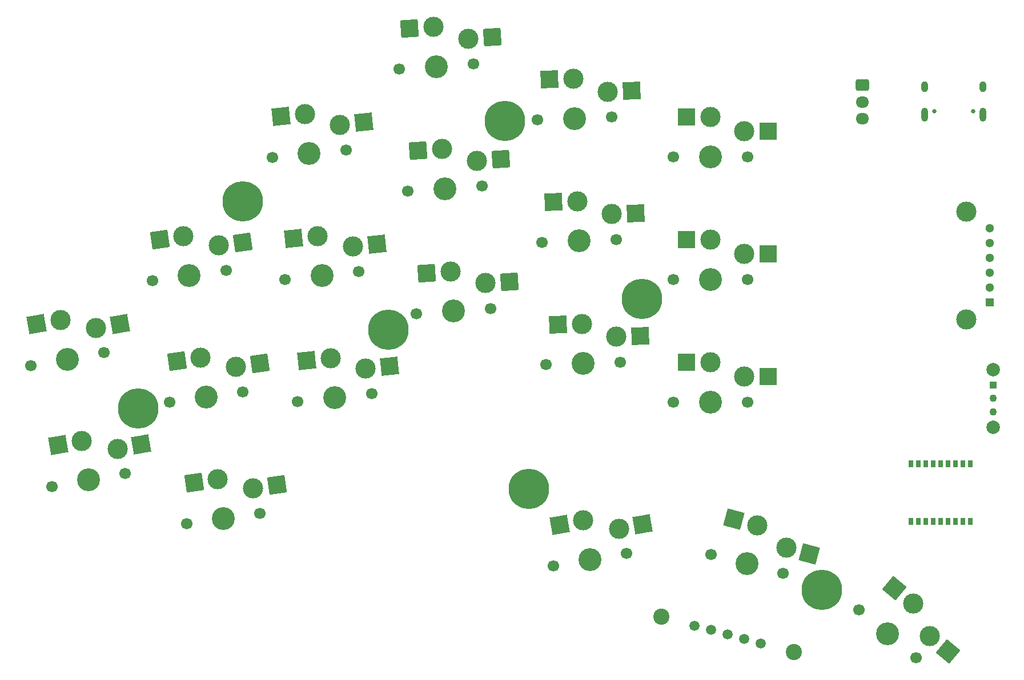
<source format=gbr>
%TF.GenerationSoftware,KiCad,Pcbnew,7.0.7*%
%TF.CreationDate,2023-12-03T19:36:59+01:00*%
%TF.ProjectId,nightliner,6e696768-746c-4696-9e65-722e6b696361,rev?*%
%TF.SameCoordinates,Original*%
%TF.FileFunction,Soldermask,Bot*%
%TF.FilePolarity,Negative*%
%FSLAX46Y46*%
G04 Gerber Fmt 4.6, Leading zero omitted, Abs format (unit mm)*
G04 Created by KiCad (PCBNEW 7.0.7) date 2023-12-03 19:36:59*
%MOMM*%
%LPD*%
G01*
G04 APERTURE LIST*
G04 Aperture macros list*
%AMRoundRect*
0 Rectangle with rounded corners*
0 $1 Rounding radius*
0 $2 $3 $4 $5 $6 $7 $8 $9 X,Y pos of 4 corners*
0 Add a 4 corners polygon primitive as box body*
4,1,4,$2,$3,$4,$5,$6,$7,$8,$9,$2,$3,0*
0 Add four circle primitives for the rounded corners*
1,1,$1+$1,$2,$3*
1,1,$1+$1,$4,$5*
1,1,$1+$1,$6,$7*
1,1,$1+$1,$8,$9*
0 Add four rect primitives between the rounded corners*
20,1,$1+$1,$2,$3,$4,$5,0*
20,1,$1+$1,$4,$5,$6,$7,0*
20,1,$1+$1,$6,$7,$8,$9,0*
20,1,$1+$1,$8,$9,$2,$3,0*%
%AMRotRect*
0 Rectangle, with rotation*
0 The origin of the aperture is its center*
0 $1 length*
0 $2 width*
0 $3 Rotation angle, in degrees counterclockwise*
0 Add horizontal line*
21,1,$1,$2,0,0,$3*%
G04 Aperture macros list end*
%ADD10C,0.650000*%
%ADD11O,1.000000X2.100000*%
%ADD12O,1.000000X1.600000*%
%ADD13C,1.700000*%
%ADD14C,3.000000*%
%ADD15C,3.400000*%
%ADD16RotRect,2.600000X2.600000X8.000000*%
%ADD17C,6.000000*%
%ADD18RotRect,2.600000X2.600000X6.000000*%
%ADD19R,0.700000X1.000000*%
%ADD20RotRect,2.600000X2.600000X4.000000*%
%ADD21RotRect,2.600000X2.600000X10.000000*%
%ADD22RotRect,2.600000X2.600000X320.000000*%
%ADD23R,2.600000X2.600000*%
%ADD24RotRect,2.600000X2.600000X345.000000*%
%ADD25R,1.300000X1.300000*%
%ADD26C,1.300000*%
%ADD27RotRect,2.600000X2.600000X2.000000*%
%ADD28RoundRect,0.250000X-0.725000X0.600000X-0.725000X-0.600000X0.725000X-0.600000X0.725000X0.600000X0*%
%ADD29O,1.950000X1.700000*%
%ADD30C,2.400000*%
%ADD31C,1.500000*%
%ADD32C,2.000000*%
%ADD33R,1.100000X1.100000*%
%ADD34C,1.100000*%
G04 APERTURE END LIST*
D10*
%TO.C,J1*%
X167990000Y-44256000D03*
X162210000Y-44256000D03*
D11*
X169420000Y-44786000D03*
D12*
X169420000Y-40606000D03*
D11*
X160780000Y-44786000D03*
D12*
X160780000Y-40606000D03*
%TD*%
D13*
%TO.C,SW6*%
X48833744Y-87429974D03*
D14*
X53459097Y-80821940D03*
D15*
X54280218Y-86664522D03*
D14*
X58702701Y-82205638D03*
D13*
X59726692Y-85899070D03*
D16*
X49918888Y-81319484D03*
X62242909Y-81708094D03*
%TD*%
D17*
%TO.C,H2*%
X59690000Y-57658000D03*
%TD*%
D13*
%TO.C,SW2*%
X64052007Y-51118851D03*
D14*
X68905159Y-44676265D03*
D15*
X69521877Y-50543944D03*
D14*
X74097278Y-46242118D03*
D13*
X74991747Y-49969037D03*
D18*
X65349743Y-45049954D03*
X77652694Y-45868429D03*
%TD*%
D19*
%TO.C,U1*%
X167584000Y-96588000D03*
X166484000Y-96588000D03*
X165384000Y-96588000D03*
X164284000Y-96588000D03*
X163184000Y-96588000D03*
X162084000Y-96588000D03*
X160984000Y-96588000D03*
X159884000Y-96588000D03*
X158784000Y-96588000D03*
X167584000Y-105088000D03*
X166484000Y-105088000D03*
X165384000Y-105088000D03*
X164284000Y-105088000D03*
X163184000Y-105088000D03*
X162084000Y-105088000D03*
X160984000Y-105088000D03*
X159884000Y-105088000D03*
X158784000Y-105088000D03*
%TD*%
D13*
%TO.C,SW3*%
X82906263Y-37986330D03*
D14*
X87981302Y-31717041D03*
D15*
X88392865Y-37602669D03*
D14*
X93115611Y-33463143D03*
D13*
X93879467Y-37219008D03*
D20*
X84415010Y-31966420D03*
X96681902Y-33213764D03*
%TD*%
D13*
%TO.C,SW16*%
X28289465Y-81995753D03*
D14*
X32681384Y-75230322D03*
D15*
X33705908Y-81040688D03*
D14*
X37970084Y-76430178D03*
D13*
X39122351Y-80085623D03*
D21*
X29160696Y-75851114D03*
X41490771Y-75809385D03*
%TD*%
D17*
%TO.C,H5*%
X118872000Y-72136000D03*
%TD*%
D13*
%TO.C,SW20*%
X151059604Y-118282855D03*
D14*
X159065295Y-117298525D03*
D15*
X155272848Y-121818187D03*
D14*
X161545663Y-122121156D03*
D13*
X159486092Y-125353519D03*
D22*
X156326686Y-115000559D03*
X164284272Y-124419122D03*
%TD*%
D13*
%TO.C,SW5*%
X123532302Y-51006119D03*
D14*
X129032302Y-45106119D03*
D15*
X129032302Y-51006119D03*
D14*
X134032302Y-47206119D03*
D13*
X134532302Y-51006119D03*
D23*
X125457302Y-45106119D03*
X137607302Y-47206119D03*
%TD*%
D13*
%TO.C,SW19*%
X129139743Y-109995427D03*
D14*
X135979367Y-105719970D03*
D15*
X134452335Y-111418932D03*
D14*
X140265477Y-109042509D03*
D13*
X139764927Y-112842437D03*
D24*
X132526183Y-104794692D03*
X143718661Y-109967787D03*
%TD*%
D13*
%TO.C,SW10*%
X123532302Y-69206119D03*
D14*
X129032302Y-63306119D03*
D15*
X129032302Y-69206119D03*
D14*
X134032302Y-65406119D03*
D13*
X134532302Y-69206119D03*
D23*
X125457302Y-63306119D03*
X137607302Y-65406119D03*
%TD*%
D13*
%TO.C,SW12*%
X67856843Y-87319448D03*
D14*
X72709995Y-80876862D03*
D15*
X73326713Y-86744541D03*
D14*
X77902114Y-82442715D03*
D13*
X78796583Y-86169634D03*
D18*
X69154579Y-81250551D03*
X81457530Y-82069026D03*
%TD*%
D14*
%TO.C,J3*%
X166934000Y-75144000D03*
X166934000Y-59144000D03*
D25*
X170434000Y-72644000D03*
D26*
X170434000Y-70444000D03*
X170434000Y-68244000D03*
X170434000Y-66044000D03*
X170434000Y-63844000D03*
X170434000Y-61644000D03*
%TD*%
D13*
%TO.C,SW9*%
X104039533Y-63693909D03*
D14*
X109330276Y-57605556D03*
D15*
X109536183Y-63501962D03*
D14*
X114400519Y-59529779D03*
D13*
X115032833Y-63310015D03*
D27*
X105757454Y-57730322D03*
X117973341Y-59405014D03*
%TD*%
D13*
%TO.C,SW1*%
X46300793Y-69407095D03*
D14*
X50926146Y-62799061D03*
D15*
X51747267Y-68641643D03*
D14*
X56169750Y-64182759D03*
D13*
X57193741Y-67876191D03*
D16*
X47385937Y-63296605D03*
X59709958Y-63685215D03*
%TD*%
D13*
%TO.C,SW15*%
X123532302Y-87406119D03*
D14*
X129032302Y-81506119D03*
D15*
X129032302Y-87406119D03*
D14*
X134032302Y-83606119D03*
D13*
X134532302Y-87406119D03*
D23*
X125457302Y-81506119D03*
X137607302Y-83606119D03*
%TD*%
D17*
%TO.C,H3*%
X81280000Y-76708000D03*
%TD*%
%TO.C,H7*%
X145542000Y-115316000D03*
%TD*%
D13*
%TO.C,SW8*%
X84175830Y-56141995D03*
D14*
X89250869Y-49872706D03*
D15*
X89662432Y-55758334D03*
D14*
X94385178Y-51618808D03*
D13*
X95149034Y-55374673D03*
D20*
X85684577Y-50122085D03*
X97951469Y-51369429D03*
%TD*%
D13*
%TO.C,SW11*%
X51366694Y-105452853D03*
D14*
X55992047Y-98844819D03*
D15*
X56813168Y-104687401D03*
D14*
X61235651Y-100228517D03*
D13*
X62259642Y-103921949D03*
D16*
X52451838Y-99342363D03*
X64775859Y-99730973D03*
%TD*%
D13*
%TO.C,SW4*%
X103404362Y-45504996D03*
D14*
X108695105Y-39416643D03*
D15*
X108901012Y-45313049D03*
D14*
X113765348Y-41340866D03*
D13*
X114397662Y-45121102D03*
D27*
X105122283Y-39541409D03*
X117338170Y-41216101D03*
%TD*%
D17*
%TO.C,H6*%
X102108000Y-100330000D03*
%TD*%
D13*
%TO.C,SW13*%
X85445398Y-74297661D03*
D14*
X90520437Y-68028372D03*
D15*
X90932000Y-73914000D03*
D14*
X95654746Y-69774474D03*
D13*
X96418602Y-73530339D03*
D20*
X86954145Y-68277751D03*
X99221037Y-69525095D03*
%TD*%
D13*
%TO.C,SW17*%
X31449862Y-99919254D03*
D14*
X35841781Y-93153823D03*
D15*
X36866305Y-98964189D03*
D14*
X41130481Y-94353679D03*
D13*
X42282748Y-98009124D03*
D21*
X32321093Y-93774615D03*
X44651168Y-93732886D03*
%TD*%
D13*
%TO.C,SW7*%
X65954425Y-69219149D03*
D14*
X70807577Y-62776563D03*
D15*
X71424295Y-68644242D03*
D14*
X75999696Y-64342416D03*
D13*
X76894165Y-68069335D03*
D18*
X67252161Y-63150252D03*
X79555112Y-63968727D03*
%TD*%
D13*
%TO.C,SW14*%
X104674704Y-81882822D03*
D14*
X109965447Y-75794469D03*
D15*
X110171354Y-81690875D03*
D14*
X115035690Y-77718692D03*
D13*
X115668004Y-81498928D03*
D27*
X106392625Y-75919235D03*
X118608512Y-77593927D03*
%TD*%
D17*
%TO.C,H4*%
X98552000Y-45720000D03*
%TD*%
%TO.C,H1*%
X44196000Y-88392000D03*
%TD*%
D13*
%TO.C,SW18*%
X105771184Y-111748201D03*
D14*
X110163103Y-104982770D03*
D15*
X111187627Y-110793136D03*
D14*
X115451803Y-106182626D03*
D13*
X116604070Y-109838071D03*
D21*
X106642415Y-105603562D03*
X118972490Y-105561833D03*
%TD*%
D28*
%TO.C,J2*%
X151566000Y-40386000D03*
D29*
X151566000Y-42886000D03*
X151566000Y-45386000D03*
%TD*%
D30*
%TO.C,P1*%
X141385807Y-124540000D03*
X121758194Y-119280797D03*
D31*
X136478904Y-123225199D03*
X134025452Y-122567799D03*
X131572001Y-121910399D03*
X129118549Y-121252998D03*
X126668557Y-120596525D03*
%TD*%
D32*
%TO.C,SW21*%
X170942000Y-82568000D03*
X170942000Y-91168000D03*
D33*
X170942000Y-84868000D03*
D34*
X170942000Y-86868000D03*
X170942000Y-88868000D03*
%TD*%
M02*

</source>
